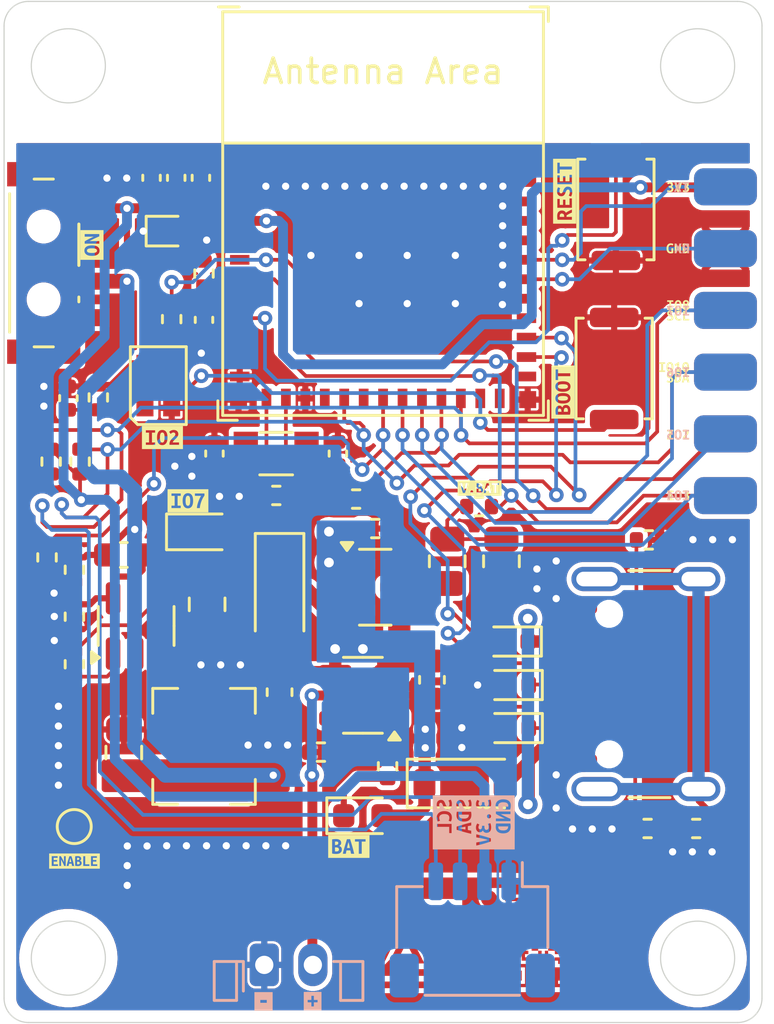
<source format=kicad_pcb>
(kicad_pcb (version 20240108) (generator "pcbnew") (generator_version "8.0")
  (title_block (title "esp-unit-c3-v2") (date "2025-05-04") (rev "2.1"))
  (layers (0 "F.Cu" signal) (31 "B.Cu" signal) (34 "B.Paste" user) (35 "F.Paste" user) (36 "B.SilkS" user "B.Silkscreen") (37 "F.SilkS" user "F.Silkscreen") (38 "B.Mask" user) (39 "F.Mask" user) (44 "Edge.Cuts" user))
  (net 0 "")
  (net 1 "GND")
  (net 2 "CHIP_PU")
  (net 3 "+BATT")
  (net 4 "VBUS")
  (net 5 "IO0")
  (net 6 "IO1")
  (net 7 "+3V3")
  (net 8 "+5V")
  (net 9 "IO9_BOOT")
  (net 10 "USB_D+")
  (net 11 "USB_D-")
  (net 12 "/Buck_Coil")
  (net 13 "IO2")
  (net 14 "IO7")
  (net 15 "IO10_SDA")
  (net 16 "IO8_SCL")
  (net 17 "IO21_TX")
  (net 23 "IO6")
  (net 24 "IO5")
  (net 27 "IO4")
  (net 33 "IO3")
  (net 34 "IO20_RX")
  (net 37 "Net-(U4-FB)")
  (net 38 "Net-(D1-DIN)")
  (net 40 "Net-(D3-A)")
  (net 41 "Net-(D4-K)")
  (net 42 "Net-(D7-A)")
  (net 45 "Net-(J3-CC2)")
  (net 46 "Net-(J3-SHIELD)")
  (net 47 "Net-(J3-CC1)")
  (net 50 "Net-(U3-PROG)")
  (net 51 "Net-(U3-STAT)")
  (net 53 "/Switch")
  (net 54 "Net-(R17-Pad1)")
  (net 55 "Net-(U4-EN)")
  (footprint "kibuzzard-680CDA08" (layer "F.Cu") (at 133.63 83.63 90)
    (property "Reference" "kibuzzard-680CDA08" (hide yes))
    (property "Value" "G***" (hide yes))
  )
  (footprint "Resistor_SMD:R_0402_1005Metric" (layer "F.Cu") (at 137.165 89.71 180)
    (property "Reference" "R14" (hide yes))
    (property "Value" "5K1" (hide yes))
  )
  (footprint "Diode_SMD:D_SOD-523" (layer "F.Cu") (at 131.525 97.45 180)
    (property "Reference" "D9" (hide yes))
    (property "Value" "LESD5D5.0CT1G" (hide yes))
  )
  (footprint "Diode_SMD:D_SOD-123" (layer "F.Cu") (at 121.97 91.8055 -90)
    (property "Reference" "D5" (hide yes))
    (property "Value" "B5819W" (hide yes))
  )
  (footprint "kibuzzard-680CD9B9" (layer "F.Cu") (at 118.2 88.1)
    (property "Reference" "kibuzzard-680CD9B9" (hide yes))
    (property "Value" "G***" (hide yes))
  )
  (footprint "kibuzzard-680CFD12" (layer "F.Cu") (at 138.36 77.72)
    (property "Reference" "kibuzzard-680CFD12" (hide yes))
    (property "Value" "G***" (hide yes))
  )
  (footprint "Diode_SMD:D_SOD-882" (layer "F.Cu") (at 117.29 77.01)
    (property "Reference" "D2" (hide yes))
    (property "Value" "LESD8D3.3CAT5G" (hide yes))
  )
  (footprint "Connector_USB:USB_C_Receptacle_GCT_USB4105-xx-A_16P_TopMnt_Horizontal" (layer "F.Cu") (at 138.135 95.64 90)
    (property "Reference" "J3" (hide yes))
    (property "Value" "USB C 16P" (hide yes))
  )
  (footprint "kibuzzard-680CFD4F" (layer "F.Cu") (at 138.37 80.27)
    (property "Reference" "kibuzzard-680CFD4F" (hide yes))
    (property "Value" "G***" (hide yes))
  )
  (footprint "Resistor_SMD:R_0402_1005Metric" (layer "F.Cu") (at 113.76 86.49 -90)
    (property "Reference" "R2" (hide yes))
    (property "Value" "10K" (hide yes))
  )
  (footprint "Capacitor_SMD:C_0402_1005Metric" (layer "F.Cu") (at 124.37 86.16 90)
    (property "Reference" "C6" (hide yes))
    (property "Value" "DNP" (hide yes))
  )
  (footprint "Capacitor_SMD:C_0603_1608Metric" (layer "F.Cu") (at 115.5596 90.329)
    (property "Reference" "C11" (hide yes))
    (property "Value" "22pF 50V" (hide yes))
  )
  (footprint "Resistor_SMD:R_0402_1005Metric" (layer "F.Cu") (at 123.6718 98.4378)
    (property "Reference" "R7" (hide yes))
    (property "Value" "10K" (hide yes))
  )
  (footprint "Resistor_SMD:R_0402_1005Metric" (layer "F.Cu") (at 139.115 101.58)
    (property "Reference" "R11" (hide yes))
    (property "Value" "0R" (hide yes))
  )
  (footprint "TestPoint:TestPoint_Pad_D1.0mm" (layer "F.Cu") (at 113.52 101.5)
    (property "Reference" "TP1" (hide yes))
    (property "Value" "ENABLE" (hide yes))
  )
  (footprint "Resistor_SMD:R_0402_1005Metric" (layer "F.Cu") (at 137.115 101.58 180)
    (property "Reference" "R13" (hide yes))
    (property "Value" "5K1" (hide yes))
  )
  (footprint "Diode_SMD:D_SOD-523" (layer "F.Cu") (at 131.485 93.89 180)
    (property "Reference" "D8" (hide yes))
    (property "Value" "LESD5D5.0CT1G" (hide yes))
  )
  (footprint "Package_TO_SOT_SMD:SOT-23-5" (layer "F.Cu") (at 125.399 96.101 180)
    (property "Reference" "U3" (hide yes))
    (property "Value" "MCP73831T-2ACI/OT" (hide yes))
  )
  (footprint "kibuzzard-680CFD7F" (layer "F.Cu") (at 138.38 87.88)
    (property "Reference" "kibuzzard-680CFD7F" (hide yes))
    (property "Value" "G***" (hide yes))
  )
  (footprint "Resistor_SMD:R_0402_1005Metric" (layer "F.Cu") (at 114.51 83.85 90)
    (property "Reference" "R8" (hide yes))
    (property "Value" "10K" (hide yes))
  )
  (footprint "Capacitor_SMD:C_0402_1005Metric" (layer "F.Cu") (at 116.701 74.818 -90)
    (property "Reference" "C1" (hide yes))
    (property "Value" "10nF 10V" (hide yes))
  )
  (footprint "Resistor_SMD:R_0402_1005Metric" (layer "F.Cu") (at 125.907 89.243 180)
    (property "Reference" "R10" (hide yes))
    (property "Value" "100K" (hide yes))
  )
  (footprint "LOGO" (layer "F.Cu") (at 133.5 105.86)
    (property "Reference" "G***" (hide yes))
    (property "Value" "LOGO" (hide yes))
  )
  (footprint "kibuzzard-680CD9CB" (layer "F.Cu") (at 117.15 85.5)
    (property "Reference" "kibuzzard-680CD9CB" (hide yes))
    (property "Value" "G***" (hide yes))
  )
  (footprint "kibuzzard-680CFF32" (layer "F.Cu") (at 113.53 102.92)
    (property "Reference" "kibuzzard-680CFF32" (hide yes))
    (property "Value" "G***" (hide yes))
  )
  (footprint "Capacitor_SMD:C_0805_2012Metric" (layer "F.Cu") (at 115.5596 98.457 90)
    (property "Reference" "C12" (hide yes))
    (property "Value" "10uF 16V" (hide yes))
  )
  (footprint "Resistor_SMD:R_0402_1005Metric" (layer "F.Cu") (at 113.5276 90.9386 90)
    (property "Reference" "R15" (hide yes))
    (property "Value" "100K" (hide yes))
  )
  (footprint "Resistor_SMD:R_0402_1005Metric" (layer "F.Cu") (at 118.86 78.755 -90)
    (property "Reference" "R5" (hide yes))
    (property "Value" "10K" (hide yes))
  )
  (footprint "Crystal:Crystal_SMD_3215-2Pin_3.2x1.5mm" (layer "F.Cu") (at 121.83 86.16 180)
    (property "Reference" "Y1" (hide yes))
    (property "Value" "32.768Hz" (hide yes))
  )
  (footprint "Resistor_SMD:R_0402_1005Metric" (layer "F.Cu") (at 112.57 86.49 90)
    (property "Reference" "R4" (hide yes))
    (property "Value" "10K" (hide yes))
  )
  (footprint "Resistor_SMD:R_0402_1005Metric" (layer "F.Cu") (at 125.12 88.03 180)
    (property "Reference" "R3" (hide yes))
    (property "Value" "470R" (hide yes))
  )
  (footprint "Resistor_SMD:R_0402_1005Metric" (layer "F.Cu") (at 121.835 87.882)
    (property "Reference" "R6" (hide yes))
    (property "Value" "DNP" (hide yes))
  )
  (footprint "Capacitor_SMD:C_0402_1005Metric" (layer "F.Cu") (at 118.86 80.66 -90)
    (property "Reference" "C4" (hide yes))
    (property "Value" "1uF 16V" (hide yes))
  )
  (footprint "Capacitor_SMD:C_0603_1608Metric" (layer "F.Cu") (at 128.242 95.466 -90)
    (property "Reference" "C9" (hide yes))
    (property "Value" "4.7uF 16V" (hide yes))
  )
  (footprint "Resistor_SMD:R_0402_1005Metric" (layer "F.Cu") (at 112.4 90.43 -90)
    (property "Reference" "R20" (hide yes))
    (property "Value" "0R" (hide yes))
  )
  (footprint "Capacitor_SMD:C_0805_2012Metric" (layer "F.Cu") (at 118.9886 92.361 -90)
    (property "Reference" "C10" (hide yes))
    (property "Value" "10uF 16V" (hide yes))
  )
  (footprint "Button_Switch_SMD:SW_Push_SPST_NO_Alps_SKRK" (layer "F.Cu") (at 135.74 82.66 90)
    (property "Reference" "SW1" (hide yes))
    (property "Value" "BOOT" (hide yes))
  )
  (footprint "Resistor_SMD:R_0805_2012Metric" (layer "F.Cu") (at 128.87 90.59 -90)
    (property "Reference" "R17" (hide yes))
    (property "Value" "442K" (hide yes))
  )
  (footprint "LED_SMD:LED_0603_1608Metric" (layer "F.Cu") (at 125.399 101.054)
    (property "Reference" "D4" (hide yes))
    (property "Value" "RED LED" (hide yes))
  )
  (footprint "DeltaT32:Delta_Board-1" (layer "F.Cu") (at 126.82 89.69)
    (property "Reference" "U2" (hide yes))
    (property "Value" "Delta_Board-1" (hide yes))
    (fp_line (start -16.187362 18.869057) (end -16.187362 -21.126943) (stroke (width 0.05)) (layer "Edge.Cuts"))
    (fp_line (start -15.187362 -22.126943) (end 14.002638 -22.126943) (stroke (width 0.05)) (layer "Edge.Cuts"))
    (fp_line (start 14.002638 19.869057) (end -15.187362 19.869057) (stroke (width 0.05)) (layer "Edge.Cuts"))
    (fp_line (start 15.002638 -21.126943) (end 15.002638 18.869057) (stroke (width 0.05)) (layer "Edge.Cuts"))
    (fp_arc (start -16.187362 -21.126943) (mid -15.894469 -21.83405) (end -15.187362 -22.126943) (stroke (width 0.05)) (layer "Edge.Cuts"))
    (fp_arc (start -15.187362 19.869057) (mid -15.894469 19.576164) (end -16.187362 18.869057) (stroke (width 0.05)) (layer "Edge.Cuts"))
    (fp_arc (start 14.002638 -22.126943) (mid 14.709735 -21.834039) (end 15.002638 -21.126943) (stroke (width 0.05)) (layer "Edge.Cuts"))
    (fp_arc (start 15.002638 18.869057) (mid 14.709746 19.576165) (end 14.002638 19.869057) (stroke (width 0.05)) (layer "Edge.Cuts"))
    (fp_circle (center -13.543094 -19.47852) (end -15.067094 -19.47852) (stroke (width 0.05)) (fill none) (layer "Edge.Cuts"))
    (fp_circle (center -13.543094 17.221094) (end -13.543094 18.745094) (stroke (width 0.05)) (fill none) (layer "Edge.Cuts"))
    (fp_circle (center 12.353094 -19.47852) (end 12.353094 -21.00252) (stroke (width 0.05)) (fill none) (layer "Edge.Cuts"))
    (fp_circle (center 12.353094 17.224094) (end 13.877094 17.224094) (stroke (width 0.05)) (fill none) (layer "Edge.Cuts"))
  )
  (footprint "Inductor_SMD:L_Bourns-SRN4018" (layer "F.Cu") (at 118.8616 98.203 -90)
    (property "Reference" "L1" (hide yes))
    (property "Value" "SPH4018H2R2MT (2.2uH 2.2A)" (hide yes))
  )
  (footprint "DeltaT32:MSK-12C02-07" (layer "F.Cu") (at 112.49 78.17 -90)
    (property "Reference" "SW3" (hide yes))
    (property "Value" "MSK-12C02-07" (hide yes))
  )
  (footprint "Button_Switch_SMD:SW_Push_SPST_NO_Alps_SKRK" (layer "F.Cu") (at 135.81 76.12 -90)
    (property "Reference" "SW2" (hide yes))
    (property "Value" "RESET" (hide yes))
  )
  (footprint "Capacitor_SMD:C_0402_1005Metric" (layer "F.Cu") (at 117.717 74.818 -90)
    (property "Reference" "C2" (hide yes))
    (property "Value" "100nF 10V" (hide yes))
  )
  (footprint "Diode_SMD:D_SOD-523" (layer "F.Cu") (at 131.5225 95.68 180)
    (property "Reference" "D6" (hide yes))
    (property "Value" "LESD5D5.0CT1G" (hide yes))
  )
  (footprint "LED_SMD:LED_0603_1608Metric" (layer "F.Cu") (at 118.8025 89.38)
    (property "Reference" "D3" (hide yes))
    (property "Value" "BLUE LED" (hide yes))
  )
  (footprint "Package_TO_SOT_SMD:SOT-23-5" (layer "F.Cu") (at 116.0676 93.25 90)
    (property "Reference" "U4" (hide yes))
    (property "Value" "SY8088" (hide yes))
  )
  (footprint "kibuzzard-680CDA1E" (layer "F.Cu") (at 133.7 75.37 90)
    (property "Reference" "kibuzzard-680CDA1E" (hide yes))
    (property "Value" "G***" (hide yes))
  )
  (footprint "kibuzzard-680CFD73" (layer "F.Cu") (at 138.37 85.38)
    (property "Reference" "kibuzzard-680CFD73" (hide yes))
    (property "Value" "G***" (hide yes))
  )
  (footprint "kibuzzard-680CFD67" (layer "F.Cu") (at 138.21 82.82)
    (property "Reference" "kibuzzard-680CFD67" (hide yes))
    (property "Value" "G***" (hide yes))
  )
  (footprint "Resistor_SMD:R_0402_1005Metric" (layer "F.Cu") (at 126.415 99.022 -90)
    (property "Reference" "R9" (hide yes))
    (property "Value" "1K" (hide yes))
  )
  (footprint "Capacitor_SMD:C_0402_1005Metric" (layer "F.Cu") (at 113.28 83.88 90)
    (property "Reference" "C8" (hide yes))
    (property "Value" "1nF 10V" (hide yes))
  )
  (footprint "Capacitor_SMD:C_0603_1608Metric" (layer "F.Cu") (at 121.97 95.974 90)
    (property "Reference" "C7" (hide yes))
    (property "Value" "4.7uF 16V" (hide yes))
  )
  (footprint "Capacitor_SMD:C_0402_1005Metric" (layer "F.Cu") (at 118.733 74.818 -90)
    (property "Reference" "C3" (hide yes))
    (property "Value" "1uF 16V" (hide yes))
  )
  (footprint "Resistor_SMD:R_0402_1005Metric" (layer "F.Cu") (at 117.53 80.63 -90)
    (property "Reference" "R1" (hide yes))
    (property "Value" "0R" (hide yes))
  )
  (footprint "kibuzzard-680CFCF0" (layer "F.Cu") (at 138.37 75.2)
    (property "Reference" "kibuzzard-680CFCF0" (hide yes))
    (property "Value" "G***" (hide yes))
  )
  (footprint "Resistor_SMD:R_0402_1005Metric" (layer "F.Cu") (at 113.5276 94.8248 90)
    (property "Reference" "R12" (hide yes))
    (property "Value" "10K" (hide yes))
  )
  (footprint "kibuzzard-680CDA64" (layer "F.Cu") (at 124.82 102.32)
    (property "Reference" "kibuzzard-680CDA64" (hide yes))
    (property "Value" "G***" (hide yes))
  )
  (footprint "Diode_SMD:D_SOD-123" (layer "F.Cu") (at 129.5825 99.73)
    (property "Reference" "D7" (hide yes))
    (property "Value" "B5819W" (hide yes))
  )
  (footprint "Resistor_SMD:R_0402_1005Metric" (layer "F.Cu") (at 113.5276 92.869 90)
    (property "Reference" "R16" (hide yes))
    (property "Value" "22K1" (hide yes))
  )
  (footprint "Capacitor_SMD:C_0402_1005Metric" (layer "F.Cu") (at 119.29 86.16 90)
    (property "Reference" "C5" (hide yes))
    (property "Value" "DNP" (hide yes))
  )
  (footprint "Resistor_SMD:R_0805_2012Metric" (layer "F.Cu") (at 131.1 90.59 90)
    (property "Reference" "R18" (hide yes))
    (property "Value" "160K" (hide yes))
  )
  (footprint "PCM_Espressif:ESP32-C3-MINI-1" (layer "F.Cu") (at 126.23 76.29)
    (property "Reference" "U1" (hide yes))
    (property "Value" "ESP32-C3-MINI-1" (hide yes))
  )
  (footprint "kibuzzard-680CDAE0" (layer "F.Cu") (at 114.25 77.58 90)
    (property "Reference" "kibuzzard-680CDAE0" (hide yes))
    (property "Value" "G***" (hide yes))
  )
  (footprint "kibuzzard-680CDFA2" (layer "F.Cu") (at 130.2 87.58)
    (property "Reference" "kibuzzard-680CDFA2" (hide yes))
    (property "Value" "G***" (hide yes))
  )
  (footprint "LED_SMD:LED_WS2812B-2020_PLCC4_2.0x2.0mm" (layer "F.Cu") (at 116.98 83.365 90)
    (property "Reference" "D1" (hide yes))
    (property "Value" "WS2812B" (hide yes))
  )
  (footprint "LOGO" (layer "F.Cu") (at 127.85 105.82)
    (property "Reference" "G***" (hide yes))
    (property "Value" "LOGO" (hide yes))
  )
  (footprint "Resistor_SMD:R_0402_1005Metric" (layer "F.Cu") (at 130.18 88.34 180)
    (property "Reference" "R19" (hide yes))
    (property "Value" "0R" (hide yes))
  )
  (footprint "Package_TO_SOT_SMD:SOT-23" (layer "F.Cu") (at 125.907 91.656)
    (property "Reference" "Q1" (hide yes))
    (property "Value" "DMG3415U" (hide yes))
  )
  (footprint "kibuzzard-680CDDB7" (layer "B.Cu") (at 129.96 101.33 -90)
    (property "Reference" "kibuzzard-680CDDB7" (hide yes))
    (property "Value" "G***" (hide yes))
  )
  (footprint "kibuzzard-680CFDE4" (layer "B.Cu") (at 138.37 82.81 180)
    (property "Reference" "kibuzzard-680CFDE4" (hide yes))
    (property "Value" "G***" (hide yes))
  )
  (footprint "kibuzzard-680CFDCF" (layer "B.Cu") (at 138.37 80.28 180)
    (property "Reference" "kibuzzard-680CFDCF" (hide yes))
    (property "Value" "G***" (hide yes))
  )
  (footprint "kibuzzard-680CDBED" (layer "B.Cu") (at 121.31 108.69 180)
    (property "Reference" "kibuzzard-680CDBED" (hide yes))
    (property "Value" "G***" (hide yes))
  )
  (footprint "kibuzzard-680CDBCC" (layer "B.Cu") (at 123.33 108.68 180)
    (property "Reference" "kibuzzard-680CDBCC" (hide yes))
    (property "Value" "G***" (hide yes))
  )
  (footprint "kibuzzard-680CFDFB" (layer "B.Cu") (at 138.37 85.38 180)
    (property "Reference" "kibuzzard-680CFDFB" (hide yes))
    (property "Value" "G***" (hide yes))
  )
  (footprint "kibuzzard-680CFE08" (layer "B.Cu") (at 138.36 87.88 180)
    (property "Reference" "kibuzzard-680CFE08" (hide yes))
    (property "Value" "G***" (hide yes))
  )
  (footprint "kibuzzard-680CFDA8" (layer "B.Cu") (at 138.51 75.19 180)
    (property "Reference" "kibuzzard-680CFDA8" (hide yes))
    (property "Value" "G***" (hide yes))
  )
  (footprint "Connector_JST:JST_SH_SM04B-SRSS-TB_1x04-1MP_P1.00mm_Horizontal" (layer "B.Cu") (at 129.9 105.755 180)
    (property "Reference" "J1" (hide yes))
    (property "Value" "JST SH1.0" (hide yes))
  )
  (footprint "DeltaT32:JST_PH2.0" (layer "B.Cu") (at 122.29 104.44)
    (property "Reference" "J2" (hide yes))
    (property "Value" "JST PH2.0")
  )
  (footprint "kibuzzard-680CFDBB" (layer "B.Cu") (at 138.52 77.72 180)
    (property "Reference" "kibuzzard-680CFDBB" (hide yes))
    (property "Value" "G***" (hide yes))
  )
  (segment (start 134.455 92.44) (end 134.437 92.458) (width 0.508) (layer "F.Cu") (net 1))
  (segment (start 133.553289 92.448) (end 133.353289 92.248) (width 0.508) (layer "F.Cu") (net 1))
  (segment (start 133.353289 92.124) (end 133.353289 90.578) (width 0.508) (layer "F.Cu") (net 1))
  (segment (start 133.353289 92.248) (end 133.353289 92.124) (width 0.508) (layer "F.Cu") (net 1))
  (segment (start 133.353289 99.374) (end 133.353289 100.738) (width 0.508) (layer "F.Cu") (net 1))
  (segment (start 134.455 98.84) (end 133.861289 98.84) (width 0.508) (layer "F.Cu") (net 1))
  (segment (start 134.437 92.458) (end 133.563289 92.458) (width 0.508) (layer "F.Cu") (net 1))
  (segment (start 133.861289 98.84) (end 133.353289 99.348) (width 0.508) (layer "F.Cu") (net 1))
  (via (at 121.4058 75.1652) (size 0.6) (drill 0.3) (layers "F.Cu" "B.Cu") (net 1))
  (via (at 112.27 83.3972) (size 0.6) (drill 0.3) (layers "F.Cu" "B.Cu") (net 1))
  (via (at 118.75 82.03) (size 0.6) (drill 0.3) (layers "F.Cu" "B.Cu") (net 1))
  (via (at 119.7772 102.29) (size 0.6) (drill 0.3) (layers "F.Cu" "B.Cu") (net 1))
  (via (at 121.4872 98.15) (size 0.6) (drill 0.3) (layers "F.Cu" "B.Cu") (net 1))
  (via (at 122.22 102.29) (size 0.6) (drill 0.3) (layers "F.Cu" "B.Cu") (net 1))
  (via (at 114.8672 74.83) (size 0.6) (drill 0.3) (layers "F.Cu" "B.Cu") (net 1))
  (via (at 120.36 94.85) (size 0.6) (drill 0.3) (layers "F.Cu" "B.Cu") (net 1))
  (via (at 118.36 86.2772) (size 0.6) (drill 0.3) (layers "F.Cu" "B.Cu") (net 1))
  (via (at 133.353289 90.578) (size 0.6) (drill 0.3) (layers "F.Cu" "B.Cu") (net 1))
  (via (at 120.6744 98.15) (size 0.6) (drill 0.3) (layers "F.Cu" "B.Cu") (net 1))
  (via (at 131.1594 75.1652) (size 0.6) (drill 0.3) (layers "F.Cu" "B.Cu") (net 1))
  (via (at 138.9572 102.54) (size 0.6) (drill 0.3) (layers "F.Cu" "B.Cu") (net 1))
  (via (at 117.3244 102.29) (size 0.6) (drill 0.3) (layers "F.Cu" "B.Cu") (net 1))
  (via (at 129.5338 75.1652) (size 0.6) (drill 0.3) (layers "F.Cu" "B.Cu") (net 1))
  (via (at 133.353289 99.374) (size 0.6) (drill 0.3) (layers "F.Cu" "B.Cu") (net 1))
  (via (at 134.8372 101.6) (size 0.6) (drill 0.3) (layers "F.Cu" "B.Cu") (net 1))
  (via (at 119.5472 94.85) (size 0.6) (drill 0.3) (layers "F.Cu" "B.Cu") (net 1))
  (via (at 139.77 102.54) (size 0.6) (drill 0.3) (layers "F.Cu" "B.Cu") (net 1))
  (via (at 115.7 103.1072) (size 0.6) (drill 0.3) (layers "F.Cu" "B.Cu") (net 1))
  (via (at 127.2224 78.01) (size 0.6) (drill 0.3) (layers "F.Cu" "B.Cu") (net 1))
  (via (at 112.87 98.9872) (size 0.6) (drill 0.3) (layers "F.Cu" "B.Cu") (net 1))
  (via (at 131.15 78.41) (size 0.6) (drill 0.3) (layers "F.Cu" "B.Cu") (net 1))
  (via (at 120.5944 102.29) (size 0.6) (drill 0.3) (layers "F.Cu" "B.Cu") (net 1))
  (via (at 125.2412 79.9912) (size 0.6) (drill 0.3) (layers "F.Cu" "B.Cu") (net 1))
  (via (at 139.7928 89.7) (size 0.6) (drill 0.3) (layers "F.Cu" "B.Cu") (net 1))
  (via (at 131.15 77.5972) (size 0.6) (drill 0.3) (layers "F.Cu" "B.Cu") (net 1))
  (via (at 128.721 75.1652) (size 0.6) (drill 0.3) (layers "F.Cu" "B.Cu") (net 1))
  (via (at 122.3 98.15) (size 0.6) (drill 0.3) (layers "F.Cu" "B.Cu") (net 1))
  (via (at 140.6056 89.7) (size 0.6) (drill 0.3) (layers "F.Cu" "B.Cu") (net 1))
  (via (at 131.15 75.9772) (size 0.6) (drill 0.3) (layers "F.Cu" "B.Cu") (net 1))
  (via (at 116.36 77.01) (size 0.6) (drill 0.3) (layers "F.Cu" "B.Cu") (net 1))
  (via (at 117.66 86.68) (size 0.6) (drill 0.3) (layers "F.Cu" "B.Cu") (net 1))
  (via (at 112.7 92.86) (size 0.6) (drill 0.3) (layers "F.Cu" "B.Cu") (net 1))
  (via (at 116.5172 102.3) (size 0.6) (drill 0.3) (layers "F.Cu" "B.Cu") (net 1))
  (via (at 112.69 91.9) (size 0.6) (drill 0.3) (layers "F.Cu" "B.Cu") (net 1))
  (via (at 119.4972 87.92) (size 0.6) (drill 0.3) (layers "F.Cu" "B.Cu") (net 1))
  (via (at 126.2826 75.1652) (size 0.6) (drill 0.3) (layers "F.Cu" "B.Cu") (net 1))
  (via (at 131.14 79.2172) (size 0.6) (drill 0.3) (layers "F.Cu" "B.Cu") (net 1))
  (via (at 133.353289 100.738) (size 0.6) (drill 0.3) (layers "F.Cu" "B.Cu") (net 1))
  (via (at 112.7 93.85) (size 0.6) (drill 0.3) (layers "F.Cu" "B.Cu") (net 1))
  (via (at 118.97 77.38) (size 0.6) (drill 0.3) (layers "F.Cu" "B.Cu") (net 1))
  (via (at 123.0314 75.1652) (size 0.6) (drill 0.3) (layers "F.Cu" "B.Cu") (net 1))
  (via (at 133.353289 92.124) (size 0.6) (drill 0.3) (layers "F.Cu" "B.Cu") (net 1))
  (via (at 112.27 84.21) (size 0.6) (drill 0.3) (layers "F.Cu" "B.Cu") (net 1))
  (via (at 118.1372 102.29) (size 0.6) (drill 0.3) (layers "F.Cu" "B.Cu") (net 1))
  (via (at 132.56 91.72) (size 0.6) (drill 0.3) (layers "F.Cu" "B.Cu") (net 1))
  (via (at 129.47 97.4372) (size 0.6) (drill 0.3) (layers "F.Cu" "B.Cu") (net 1))
  (via (at 112.87 96.5544) (size 0.6) (drill 0.3) (layers "F.Cu" "B.Cu") (net 1))
  (via (at 120.31 87.92) (size 0.6) (drill 0.3) (layers "F.Cu" "B.Cu") (net 1))
  (via (at 130.12 95.68) (size 0.6) (drill 0.3) (layers "F.Cu" "B.Cu") (net 1))
  (via (at 118.7344 94.85) (size 0.6) (drill 0.3) (layers "F.Cu" "B.Cu") (net 1))
  (via (at 112.87 97.3672) (size 0.6) (drill 0.3) (layers "F.Cu" "B.Cu") (net 1))
  (via (at 132.56 90.9072) (size 0.6) (drill 0.3) (layers "F.Cu" "B.Cu") (net 1))
  (via (at 134.0244 101.6) (size 0.6) (drill 0.3) (layers "F.Cu" "B.Cu") (net 1))
  (via (at 112.87 99.8) (size 0.6) (drill 0.3) (layers "F.Cu" "B.Cu") (net 1))
  (via (at 129.2036 79.9912) (size 0.6) (drill 0.3) (layers "F.Cu" "B.Cu") (net 1))
  (via (at 138.98 89.7) (size 0.6) (drill 0.3) (layers "F.Cu" "B.Cu") (net 1))
  (via (at 118.36 87.09) (size 0.6) (drill 0.3) (layers "F.Cu" "B.Cu") (net 1))
  (via (at 118.9644 102.29) (size 0.6) (drill 0.3) (layers "F.Cu" "B.Cu") (net 1))
  (via (at 138.1444 102.54) (size 0.6) (drill 0.3) (layers "F.Cu" "B.Cu") (net 1))
  (via (at 123.26 78.01) (size 0.6) (drill 0.3) (layers "F.Cu" "B.Cu") (net 1))
  (via (at 129.47 98.25) (size 0.6) (drill 0.3) (layers "F.Cu" "B.Cu") (net 1))
  (via (at 115.68 74.83) (size 0.6) (drill 0.3) (layers "F.Cu" "B.Cu") (net 1))
  (via (at 127.0954 75.1652) (size 0.6) (drill 0.3) (layers "F.Cu" "B.Cu") (net 1))
  (via (at 115.7 103.92) (size 0.6) (drill 0.3) (layers "F.Cu" "B.Cu") (net 1))
  (via (at 122.2186 75.1652) (size 0.6) (drill 0.3) (layers "F.Cu" "B.Cu") (net 1))
  (via (at 131.14 80.03) (size 0.6) (drill 0.3) (layers "F.Cu" "B.Cu") (net 1))
  (via (at 112.87 98.1744) (size 0.6) (drill 0.3) (layers "F.Cu" "B.Cu") (net 1))
  (via (at 125.4698 75.1652) (size 0.6) (drill 0.3) (layers "F.Cu" "B.Cu") (net 1))
  (via (at 125.2412 78.01) (size 0.6) (drill 0.3) (layers "F.Cu" "B.Cu") (net 1))
  (via (at 130.3466 75.1652) (size 0.6) (drill 0.3) (layers "F.Cu" "B.Cu") (net 1))
  (via (at 135.65 101.6) (size 0.6) (drill 0.3) (layers "F.Cu" "B.Cu") (net 1))
  (via (at 131.15 76.79) (size 0.6) (drill 0.3) (layers "F.Cu" "B.Cu") (net 1))
  (via (at 115.7044 102.3) (size 0.6) (drill 0.3) (layers "F.Cu" "B.Cu") (net 1))
  (via (at 127.2224 79.9912) (size 0.6) (drill 0.3) (layers "F.Cu" "B.Cu") (net 1))
  (via (at 124.657 75.1652) (size 0.6) (drill 0.3) (layers "F.Cu" "B.Cu") (net 1))
  (via (at 121.4072 102.29) (size 0.6) (drill 0.3) (layers "F.Cu" "B.Cu") (net 1))
  (via (at 129.2036 78.01) (size 0.6) (drill 0.3) (layers "F.Cu" "B.Cu") (net 1))
  (via (at 123.8442 75.1652) (size 0.6) (drill 0.3) (layers "F.Cu" "B.Cu") (net 1))
  (via (at 127.9082 75.1652) (size 0.6) (drill 0.3) (layers "F.Cu" "B.Cu") (net 1))
  (segment (start 133.819997 77.17) (end 135.69 77.17) (width 0.1524) (layer "F.Cu") (net 2))
  (segment (start 118.86 79.265) (end 118.86 80.18) (width 0.1524) (layer "F.Cu") (net 2))
  (segment (start 119.269 80.18) (end 118.86 80.18) (width 0.1524) (layer "F.Cu") (net 2))
  (segment (start 135.81 77.05) (end 135.81 74.02) (width 0.1524) (layer "F.Cu") (net 2))
  (segment (start 120.33 80.59) (end 119.679 80.59) (width 0.1524) (layer "F.Cu") (net 2))
  (segment (start 133.6 77.389997) (end 133.819997 77.17) (width 0.1524) (layer "F.Cu") (net 2))
  (segment (start 121.37 80.59) (end 120.33 80.59) (width 0.1524) (layer "F.Cu") (net 2))
  (segment (start 135.69 77.17) (end 135.81 77.05) (width 0.1524) (layer "F.Cu") (net 2))
  (segment (start 119.679 80.59) (end 119.269 80.18) (width 0.1524) (layer "F.Cu") (net 2))
  (via (at 121.37 80.59) (size 0.6) (drill 0.3) (layers "F.Cu" "B.Cu") (net 2))
  (via (at 133.6 77.389997) (size 0.6) (drill 0.3) (layers "F.Cu" "B.Cu") (net 2))
  (segment (start 129.01513 83.16) (end 121.86 83.16) (width 0.1524) (layer "B.Cu") (net 2))
  (segment (start 133.0238 77.7362) (end 133.0238 81.0762) (width 0.1524) (layer "B.Cu") (net 2))
  (segment (start 133.376197 77.6138) (end 133.1462 77.6138) (width 0.1524) (layer "B.Cu") (net 2))
  (segment (start 133.0238 81.0762) (end 132.5162 81.5838) (width 0.1524) (layer "B.Cu") (net 2))
  (segment (start 121.86 83.16) (end 121.37 82.67) (width 0.1524) (layer "B.Cu") (net 2))
  (segment (start 133.6 77.389997) (end 133.376197 77.6138) (width 0.1524) (layer "B.Cu") (net 2))
  (segment (start 121.37 82.67) (end 121.37 80.59) (width 0.1524) (layer "B.Cu") (net 2))
  (segment (start 130.59133 81.5838) (end 129.01513 83.16) (width 0.1524) (layer "B.Cu") (net 2))
  (segment (start 132.5162 81.5838) (end 130.59133 81.5838) (width 0.1524) (layer "B.Cu") (net 2))
  (segment (start 133.1462 77.6138) (end 133.0238 77.7362) (width 0.1524) (layer "B.Cu") (net 2))
  (segment (start 123.3 99.38) (end 123.32 99.4) (width 0.4064) (layer "F.Cu") (net 3))
  (segment (start 126.8445 91.656) (end 128.7165 91.656) (width 0.6096) (layer "F.Cu") (net 3))
  (segment (start 128.7165 91.656) (end 128.87 91.5025) (width 0.6096) (layer "F.Cu") (net 3))
  (segment (start 124.915001 96.11) (end 123.3 96.11) (width 0.4064) (layer "F.Cu") (net 3))
  (segment (start 123.32 107.17) (end 123.34 107.19) (width 0.4064) (layer "F.Cu") (net 3))
  (segment (start 123.32 99.4) (end 123.32 107.17) (width 0.4064) (layer "F.Cu") (net 3))
  (segment (start 125.874001 95.151) (end 124.915001 96.11) (width 0.4064) (layer "F.Cu") (net 3))
  (segment (start 126.5365 95.151) (end 125.874001 95.151) (width 0.4064) (layer "F.Cu") (net 3))
  (via (at 123.3 96.11) (size 0.6) (drill 0.3) (layers "F.Cu" "B.Cu") (net 3))
  (via (at 123.3 99.38) (size 0.6) (drill 0.3) (layers "F.Cu" "B.Cu") (net 3))
  (segment (start 123.3 96.11) (end 123.3 99.38) (width 0.4064) (layer "B.Cu") (net 3))
  (segment (start 127.94 99.7225) (end 127.94 98.2844) (width 0.508) (layer "F.Cu") (net 4))
  (segment (start 127.586 101.054) (end 127.9325 100.7075) (width 0.508) (layer "F.Cu") (net 4))
  (segment (start 124.2615 94.2015) (end 124.256 94.196) (width 0.508) (layer "F.Cu") (net 4))
  (segment (start 124.129 89.243) (end 124.002 89.37) (width 0.508) (layer "F.Cu") (net 4))
  (segment (start 124.068 90.706) (end 124.002 90.64) (width 0.508) (layer "F.Cu") (net 4))
  (segment (start 127.9325 100.7075) (end 127.9325 99.73) (width 0.508) (layer "F.Cu") (net 4))
  (segment (start 121.97 93.4555) (end 121.97 95.09) (width 0.508) (layer "F.Cu") (net 4))
  (segment (start 126.1865 101.054) (end 127.586 101.054) (width 0.508) (layer "F.Cu") (net 4))
  (segment (start 125.018 89.243) (end 124.9695 89.2915) (width 0.508) (layer "F.Cu") (net 4))
  (segment (start 124.256 94.196) (end 125.399 94.196) (width 0.508) (layer "F.Cu") (net 4))
  (segment (start 121.97 95.09) (end 122.031 95.151) (width 0.508) (layer "F.Cu") (net 4))
  (segment (start 125.397 89.243) (end 124.129 89.243) (width 0.508) (layer "F.Cu") (net 4))
  (segment (start 122.031 95.151) (end 124.2615 95.151) (width 0.508) (layer "F.Cu") (net 4))
  (segment (start 124.9695 89.2915) (end 124.9695 90.706) (width 0.508) (layer "F.Cu") (net 4))
  (segment (start 124.9695 90.706) (end 124.068 90.706) (width 0.508) (layer "F.Cu") (net 4))
  (segment (start 127.9644 98.26) (end 127.9644 97.498) (width 0.508) (layer "F.Cu") (net 4))
  (segment (start 127.9325 99.73) (end 127.94 99.7225) (width 0.508) (layer "F.Cu") (net 4))
  (segment (start 124.2615 95.151) (end 124.2615 94.2015) (width 0.508) (layer "F.Cu") (net 4))
  (via (at 127.9644 98.26) (size 0.6) (drill 0.3) (layers "F.Cu" "B.Cu") (net 4))
  (via (at 124.256 94.196) (size 0.8) (drill 0.4) (layers "F.Cu" "B.Cu") (net 4))
  (via (at 124.002 89.37) (size 0.8) (drill 0.4) (layers "F.Cu" "B.Cu") (net 4))
  (via (at 127.9644 97.498) (size 0.6) (drill 0.3) (layers "F.Cu" "B.Cu") (net 4))
  (via (at 125.399 94.196) (size 0.8) (drill 0.4) (layers "F.Cu" "B.Cu") (net 4))
  (via (at 124.002 90.64) (size 0.8) (drill 0.4) (layers "F.Cu" "B.Cu") (net 4))
  (segment (start 121.449 85.906) (end 121.449 87.768) (width 0.1524) (layer "F.Cu") (net 5))
  (segment (start 121.449 85.906) (end 121.43 85.887) (width 0.1524) (layer "F.Cu") (net 5))
  (segment (start 121.195 86.16) (end 121.449 85.906) (width 0.1524) (layer "F.Cu") (net 5))
  (segment (start 120.1054 86.64) (end 120.5854 86.16) (width 0.1524) (layer "F.Cu") (net 5))
  (segment (start 120.58 86.16) (end 121.195 86.16) (width 0.1524) (layer "F.Cu") (net 5))
  (segment (start 119.29 86.64) (end 120.1054 86.64) (width 0.1524) (layer "F.Cu") (net 5))
  (segment (start 121.43 85.887) (end 121.43 83.89) (width 0.1524) (layer "F.Cu") (net 5))
  (segment (start 122.211 85.906) (end 122.23 85.887) (width 0.1524) (layer "F.Cu") (net 6))
  (segment (start 122.465 86.16) (end 122.211 85.906) (width 0.1524) (layer "F.Cu") (net 6))
  (segment (start 123.08 86.16) (end 122.465 86.16) (width 0.1524) (layer "F.Cu") (net 6))
  (segment (start 122.211 85.906) (end 122.211 87.758) (width 0.1524) (layer "F.Cu") (net 6))
  (segment (start 123.5546 86.64) (end 123.0746 86.16) (width 0.1524) (layer "F.Cu") (net 6))
  (segment (start 124.37 86.64) (end 123.5546 86.64) (width 0.1524) (layer "F.Cu") (net 6))
  (segment (start 122.23 85.887) (end 122.23 83.89) (width 0.1524) (layer "F.Cu") (net 6))
  (segment (start 115.69 77.65) (end 115.69 76.07) (width 0.254) (layer "F.Cu") (net 7))
  (segment (start 117.72 76.03) (end 117.72 75.301) (width 0.4064) (layer "F.Cu") (net 7))
  (segment (start 113.81 88.06) (end 113.76 88.01) (width 0.1524) (layer "F.Cu") (net 7))
  (segment (start 140.3 75.21) (end 140.32 75.19) (width 0.4064) (layer "F.Cu") (net 7))
  (segment (start 121.43 76.59) (end 120.33 76.59) (width 0.4064) (layer "F.Cu") (net 7))
  (segment (start 116.575 78.245) (end 118.86 78.245) (width 0.1524) (layer "F.Cu") (net 7))
  (segment (start 118.12 77.01) (end 118.54 76.59) (width 0.4064) (layer "F.Cu") (net 7))
  (segment (start 115.69 76.07) (end 117.68 76.07) (width 0.4064) (layer "F.Cu") (net 7))
  (segment (start 115.03 83.34) (end 114.51 83.34) (width 0.254) (layer "F.Cu") (net 7))
  (segment (start 115.92 82.45) (end 115.03 83.34) (width 0.254) (layer "F.Cu") (net 7))
  (segment (start 117.64 76.11) (end 117.72 76.03) (width 0.4064) (layer "F.Cu") (net 7))
  (segment (start 117.717 75.298) (end 116.701 75.298) (width 0.1524) (layer "F.Cu") (net 7))
  (segment (start 114.02 76.07) (end 115.69 76.07) (width 0.4064) (layer "F.Cu") (net 7))
  (segment (start 136.82 75.21) (end 140.3 75.21) (width 0.4064) (layer "F.Cu") (net 7))
  (segment (start 118.54 76.59) (end 120.33 76.59) (width 0.4064) (layer "F.Cu") (net 7))
  (segment (start 117.731 75.298) (end 117.717 75.298) (width 0.1524) (layer "F.Cu") (net 7))
  (segment (start 117.68 76.07) (end 117.72 76.03) (width 0.4064) (layer "F.Cu") (net 7))
  (segment (start 113.59 87) (end 113.76 87) (width 0.1524) (layer "F.Cu") (net 7))
  (segment (start 113.76 88.01) (end 113.76 87) (width 0.1524) (layer "F.Cu") (net 7))
  (segment (start 116.43 78.39) (end 116.43 82.45) (width 0.254) (layer "F.Cu") (net 7))
  (segment (start 116.43 78.39) (end 115.69 77.65) (width 0.254) (layer "F.Cu") (net 7))
  (segment (start 117.72 75.301) (end 117.717 75.298) (width 0.4064) (layer "F.Cu") (net 7))
  (segment (start 117.745 75.298) (end 117.717 75.326) (width 0.254) (layer "F.Cu") (net 7))
  (segment (start 117.64 77.01) (end 118.12 77.01) (width 0.4064) (layer "F.Cu") (net 7))
  (segment (start 116.43 82.45) (end 115.92 82.45) (width 0.254) (layer "F.Cu") (net 7))
  (segment (start 112.57 85.98) (end 113.59 87) (width 0.1524) (layer "F.Cu") (net 7))
  (segment (start 116.729 75.298) (end 116.701 75.326) (width 0.254) (layer "F.Cu") (net 7))
  (segment (start 116.43 78.39) (end 116.575 78.245) (width 0.1524) (layer "F.Cu") (net 7))
  (segment (start 117.717 75.298) (end 118.733 75.298) (width 0.1524) (layer "F.Cu") (net 7))
  (segment (start 117.64 77.01) (end 117.64 76.11) (width 0.4064) (layer "F.Cu") (net 7))
  (via (at 115.69 76.07) (size 0.6) (drill 0.3) (layers "F.Cu" "B.Cu") (net 7))
  (via (at 121.43 76.59) (size 0.6) (drill 0.3) (layers "F.Cu" "B.Cu") (net 7))
  (via (at 113.81 88.06) (size 0.6) (drill 0.3) (layers "F.Cu" "B.Cu") (net 7))
  (via (at 136.82 75.21) (size 0.6) (drill 0.3) (layers "F.Cu" "B.Cu") (net 7))
  (segment (start 115.69 76.78) (end 115.69 76.07) (width 0.4064) (layer "B.Cu") (net 7))
  (segment (start 113.81 88.06) (end 114.85 88.06) (width 0.4064) (layer "B.Cu") (net 7))
  (segment (start 131.99 80.84) (end 130.32 80.84) (width 0.4064) (layer "B.Cu") (net 7))
  (segment (start 124.37 100.27) (end 125.22 99.42) (width 0.4064) (layer "B.Cu") (net 7))
  (segment (start 132.35 80.48) (end 131.99 80.84) (width 0.4064) (layer "B.Cu") (net 7))
  (segment (start 114.85 88.06) (end 115.19 88.4) (width 0.4064) (layer "B.Cu") (net 7))
  (segment (start 116.73 100.27) (end 124.37 100.27) (width 0.4064) (layer "B.Cu") (net 7))
  (segment (start 132.61 75.21) (end 132.35 75.47) (width 0.4064) (layer "B.Cu") (net 7))
  (segment (start 125.22 99.42) (end 129.99 99.42) (width 0.4064) (layer "B.Cu") (net 7))
  (segment (start 114.77 81.35) (end 114.77 77.7) (width 0.4064) (layer "B.Cu") (net 7))
  (segment (start 136.82 75.21) (end 132.61 75.21) (width 0.4064) (layer "B.Cu") (net 7))
  (segment (start 122.1132 76.7732) (end 121.93 76.59) (width 0.4064) (layer "B.Cu") (net 7))
  (segment (start 113.08 87.33) (end 113.08 83.04) (width 0.4064) (layer "B.Cu") (net 7))
  (segment (start 115.19 98.73) (end 116.73 100.27) (width 0.4064) (layer "B.Cu") (net 7))
  (segment (start 132.35 75.47) (end 132.35 80.48) (width 0.4064) (layer "B.Cu") (net 7))
  (segment (start 129.99 99.42) (end 130.4 99.83) (width 0.4064) (layer "B.Cu") (net 7))
  (segment (start 130.4 99.83) (end 130.4 103.755) (width 0.4064) (layer "B.Cu") (net 7))
  (segment (start 122.1132 82.0832) (end 122.1132 76.7732) (width 0.4064) (layer "B.Cu") (net 7))
  (segment (start 114.77 77.7) (end 115.69 76.78) (width 0.4064) (layer "B.Cu") (net 7))
  (segment (start 113.08 83.04) (end 114.77 81.35) (width 0.4064) (layer "B.Cu") (net 7))
  (segment (start 121.93 76.59) (end 121.43 76.59) (width 0.4064) (layer "B.Cu") (net 7))
  (segment (start 115.19 88.4) (end 115.19 98.73) (width 0.4064) (layer "B.Cu") (net 7))
  (segment (start 122.5206 82.4906) (end 122.1132 82.0832) (width 0.4064) (layer "B.Cu") (net 7))
  (segment (start 130.32 80.84) (end 128.6694 82.4906) (width 0.4064) (layer "B.Cu") (net 7))
  (segment (start 113.81 88.06) (end 113.08 87.33) (width 0.4064) (layer "B.Cu") (net 7))
  (segment (start 128.6694 82.4906) (end 122.5206 82.4906) (width 0.4064) (layer "B.Cu") (net 7))
  (segment (start 115.9101 93.22) (end 117.0176 92.1125) (width 0.1524) (layer "F.Cu") (net 8))
  (segment (start 122.478 91.783) (end 121.97 91.275) (width 0.6096) (layer "F.Cu") (net 8))
  (segment (start 123.936 92.606) (end 123.113 91.783) (width 0.6096) (layer "F.Cu") (net 8))
  (segment (start 124.9695 92.606) (end 123.936 92.606) (width 0.6096) (layer "F.Cu") (net 8))
  (segment (start 123.113 91.783) (end 122.478 91.783) (width 0.6096) (layer "F.Cu") (net 8))
  (segment (start 113.5276 94.3148) (end 114.6224 93.22) (width 0.1524) (layer "F.Cu") (net 8))
  (segment (start 114.6224 93.22) (end 115.9101 93.22) (width 0.1524) (layer "F.Cu") (net 8))
  (segment (start 121.97 91.275) (end 121.97 90.1555) (width 0.6096) (layer "F.Cu") (net 8))
  (segment (start 135.31 85.19) (end 135.74 84.76) (width 0.1524) (layer "F.Cu") (net 9))
  (segment (start 130.54 85.19) (end 135.31 85.19) (width 0.1524) (layer "F.Cu") (net 9))
  (segment (start 130.23 84.88) (end 130.54 85.19) (width 0.1524) (layer "F.Cu") (net 9))
  (segment (start 130.23 83.89) (end 130.23 84.88) (width 0.1524) (layer "F.Cu") (net 9))
  (segment (start 118.75 82.96) (end 118.38 83.33) (width 0.1524) (layer "F.Cu") (net 9))
  (segment (start 118.38 83.33) (end 116.21 83.33) (width 0.1524) (layer "F.Cu") (net 9))
  (segment (start 113.28 84.36) (end 114.51 84.36) (width 0.1524) (layer "F.Cu") (net 9))
  (segment (start 115.18 84.36) (end 114.51 84.36) (width 0.1524) (layer "F.Cu") (net 9))
  (segment (start 116.21 83.33) (end 115.18 84.36) (width 0.1524) (layer "F.Cu") (net 9))
  (via (at 118.75 82.96) (size 0.6) (drill 0.3) (layers "F.Cu" "B.Cu") (net 9))
  (via (at 130.23 84.88) (size 0.6) (drill 0.3) (layers "F.Cu" "B.Cu") (net 9))
  (segment (start 130.23 83.94) (end 129.96 83.67) (width 0.1524) (layer "B.Cu") (net 9))
  (segment (start 129.96 83.67) (end 121.65 83.67) (width 0.1524) (layer "B.Cu") (net 9))
  (segment (start 130.23 84.88) (end 130.23 83.94) (width 0.1524) (layer "B.Cu") (net 9))
  (segment (start 121.65 83.67) (end 120.94 82.96) (width 0.1524) (layer "B.Cu") (net 9))
  (segment (start 120.94 82.96) (end 118.75 82.96) (width 0.1524) (layer "B.Cu") (net 9))
  (segment (start 133.488289 95.091578) (end 133.689867 94.89) (width 0.1524) (layer "F.Cu") (net 10))
  (segment (start 133.421867 95.658) (end 133.488289 95.724422) (width 0.1524) (layer "F.Cu") (net 10))
  (segment (start 132.13 81.39) (end 133.55 81.39) (width 0.1524) (layer "F.Cu") (net 10))
  (segment (start 133.689867 94.89) (end 134.455 94.89) (width 0.1524) (layer "F.Cu") (net 10))
  (segment (start 133.1362 86.7) (end 134.3 87.8638) (width 0.1524) (layer "F.Cu") (net 10))
  (segment (start 129.86 93.46) (end 129.86 93.494621) (width 0.1524) (layer "F.Cu") (net 10))
  (segment (start 128.148626 87.15) (end 129.7 87.15) (width 0.1524) (layer "F.Cu") (net 10))
  (segment (start 133.55 81.39) (end 133.57 81.41) (width 0.1524) (layer "F.Cu") (net 10))
  (segment (start 128.88889 92.750075) (end 129.150075 92.750075) (width 0.1524) (layer "F.Cu") (net 10))
  (segment (start 130.15 86.7) (end 133.1362 86.7) (width 0.1524) (layer "F.Cu") (net 10))
  (segment (start 132.2225 94.8675) (end 132.2225 95.658) (width 0.1524) (layer "F.Cu") (net 10))
  (segment (start 133.488289 95.724422) (end 133.488289 95.091578) (width 0.1524) (layer "F.Cu") (net 10))
  (segment (start 129.150075 92.750075) (end 129.800366 93.400366) (width 0.1524) (layer "F.Cu") (net 10))
  (segment (start 130.17 94.78) (end 132.135 94.78) (width 0.1524) (layer "F.Cu") (net 10))
  (segment (start 127.361878 87.936748) (end 128.148626 87.15) (width 0.1524) (layer "F.Cu") (net 10))
  (segment (start 129.7 87.15) (end 130.15 86.7) (width 0.1524) (layer "F.Cu") (net 10))
  (segment (start 134.455 95.89) (end 133.653867 95.89) (width 0.1524) (layer "F.Cu") (net 10))
  (segment (start 129.800366 93.400366) (end 129.86 93.46) (width 0.1524) (layer "F.Cu") (net 10))
  (segment (start 129.86 94.47) (end 130.17 94.78) (width 0.1524) (layer "F.Cu") (net 10))
  (segment (start 129.86 93.494621) (end 129.86 94.47) (width 0.1524) (layer "F.Cu") (net 10))
  (segment (start 132.135 94.78) (end 132.2225 94.8675) (width 0.1524) (layer "F.Cu") (net 10))
  (segment (start 132.2225 95.658) (end 133.421867 95.658) (width 0.1524) (layer "F.Cu") (net 10))
  (segment (start 133.653867 95.89) (end 133.488289 95.724422) (width 0.1524) (layer "F.Cu") (net 10))
  (via (at 127.361878 87.936748) (size 0.6) (drill 0.3) (layers "F.Cu" "B.Cu") (net 10))
  (via (at 134.3 87.8638) (size 0.6) (drill 0.3) (layers "F.Cu" "B.Cu") (net 10))
  (via (at 133.57 81.41) (size 0.6) (drill 0.3) (layers "F.Cu" "B.Cu") (net 10))
  (via (at 128.88889 92.750075) (size 0.6) (drill 0.3) (layers "F.Cu" "B.Cu") (net 10))
  (segment (start 127.361878 87.936748) (end 127.351365 87.947261) (width 0.1524) (layer "B.Cu") (net 10))
  (segment (start 133.584867 81.41) (end 133.57 81.41) (width 0.1524) (layer "B.Cu") (net 10))
  (segment (start 134.3 87.8638) (end 134.1462 87.71) (width 0.1524) (layer "B.Cu") (net 10))
  (segment (start 127.351365 89.031365) (end 128.88889 90.56889) (width 0.1524) (layer "B.Cu") (net 10))
  (segment (start 127.351365 87.947261) (end 127.351365 89.031365) (width 0.1524) (layer "B.Cu") (net 10))
  (segment (start 134.1462 87.71) (end 134.1462 81.971333) (width 0.1524) (layer "B.Cu") (net 10))
  (segment (start 128.88889 90.56889) (end 128.88889 92.750075) (width 0.1524) (layer "B.Cu") (net 10))
  (segment (start 134.1462 81.971333) (end 133.584867 81.41) (width 0.1524) (layer "B.Cu") (net 10))
  (segment (start 133.488289 97.182) (end 133.488289 96.591578) (width 0.1524) (layer "F.Cu") (net 11))
  (segment (start 134.455 95.39) (end 135.335 95.39) (width 0.1524) (layer "F.Cu") (net 11))
  (segment (start 130.26 87.68) (end 130.64 87.3) (width 0.1524) (layer "F.Cu") (net 11))
  (segment (start 127.927565 88.502435) (end 128.75 87.68) (width 0.1524) (layer "F.Cu") (net 11))
  (segment (start 128.75 87.68) (end 130.26 87.68) (width 0.1524) (layer "F.Cu") (net 11))
  (segment (start 133.689867 96.39) (end 134.455 96.39) (width 0.1524) (layer "F.Cu") (net 11))
  (segment (start 130.64 87.3) (end 132.8 87.3) (width 0.1524) (layer "F.Cu") (net 11))
  (segment (start 133.549997 82.19) (end 133.57 82.210003) (width 0.1524) (layer "F.Cu") (net 11))
  (segment (start 135.335 96.39) (end 134.455 96.39) (width 0.1524) (layer "F.Cu") (net 11))
  (segment (start 135.455 96.27) (end 135.335 96.39) (width 0.1524) (layer "F.Cu") (net 11))
  (segment (start 135.455 95.51) (end 135.455 96.27) (width 0.1524) (layer "F.Cu") (net 11))
  (segment (start 133.220289 97.45) (end 133.488289 97.182) (width 0.1524) (layer "F.Cu") (net 11))
  (segment (start 129.5076 96.0676) (end 129.5076 94.1576) (width 0.1524) (layer "F.Cu") (net 11))
  (segment (start 132.8 87.3) (end 133.36 87.86) (width 0.1524) (layer "F.Cu") (net 11))
  (segment (start 130.0124 96.5724) (end 129.5076 96.0676) (width 0.1524) (layer "F.Cu") (net 11))
  (segment (start 132.225 96.74) (end 132.0574 96.5724) (width 0.1524) (layer "F.Cu") (net 11))
  (segment (start 133.488289 96.591578) (end 133.689867 96.39) (width 0.1524) (layer "F.Cu") (net 11))
  (segment (start 135.335 95.39) (end 135.455 95.51) (width 0.1524) (layer "F.Cu") (net 11))
  (segment (start 132.13 82.19) (end 133.549997 82.19) (width 0.1524) (layer "F.Cu") (net 11))
  (segment (start 132.225 97.45) (end 132.225 96.74) (width 0.1524) (layer "F.Cu") (net 11))
  (segment (start 132.225 97.45) (end 133.220289 97.45) (width 0.1524) (layer "F.Cu") (net 11))
  (segment (start 129.5076 94.1576) (end 128.9 93.55) (width 0.1524) (layer "F.Cu") (net 11))
  (segment (start 132.0574 96.5724) (end 130.0124 96.5724) (width 0.1524) (layer "F.Cu") (net 11))
  (via (at 128.9 93.55) (size 0.6) (drill 0.3) (layers "F.Cu" "B.Cu") (net 11))
  (via (at 127.927565 88.502435) (size 0.6) (drill 0.3) (layers "F.Cu" "B.Cu") (net 11))
  (via (at 133.57 82.210003) (size 0.6) (drill 0.3) (layers "F.Cu" "B.Cu") (net 11))
  (via (at 133.36 87.86) (size 0.6) (drill 0.3) (layers "F.Cu" "B.Cu") (net 11))
  (segment (start 133.35 87.85) (end 133.35 82.430003) (width 0.1524) (layer "B.Cu") (net 11))
  (segment (start 133.35 82.430003) (end 133.57 82.210003) (width 0.1524) (layer "B.Cu") (net 11))
  (segment (start 127.927565 88.502435) (end 129.5662 90.14107) (width 0.1524) (layer "B.Cu") (net 11))
  (segment (start 129.5662 93.3538) (end 129.37 93.55) (width 0.1524) (layer "B.Cu") (net 11))
  (segment (start 129.5662 90.14107) (end 129.5662 93.3538) (width 0.1524) (layer "B.Cu") (net 11))
  (segment (start 129.37 93.55) (end 128.9 93.55) (width 0.1524) (layer "B.Cu") (net 11))
  (segment (start 133.36 87.86) (end 133.35 87.85) (width 0.1524) (layer "B.Cu") (net 11))
  (segment (start 138.16 87.21) (end 140.02 85.35) (width 0.1524) (layer "F.Cu") (net 13))
  (segment (start 123.42 82.37) (end 122.6 81.55) (width 0.1524) (layer "F.Cu") (net 13))
  (segment (start 117.53 79.11) (end 117.53 80.12) (width 0.1524) (layer "F.Cu") (net 13))
  (segment (start 140.02 85.35) (end 140.32 85.35) (width 0.1524) (layer "F.Cu") (net 13))
  (segment (start 122.6 81.55) (end 122.6 78.55) (width 0.1524) (layer "F.Cu") (net 13))
  (segment (start 132.403029 87.8938) (end 132.949229 88.44) (width 0.1524) (layer "F.Cu") (net 13))
  (segment (start 121.41 78.19) (end 120.33 78.19) (width 0.1524) (layer "F.Cu") (net 13))
  (segment (start 122.24 78.19) (end 121.41 78.19) (width 0.1524) (layer "F.Cu") (net 13))
  (segment (start 134.73 88.44) (end 135.96 87.21) (width 0.1524) (layer "F.Cu") (net 13))
  (segment (start 130.880181 82.37) (end 123.42 82.37) (width 0.1524) (layer "F.Cu") (net 13))
  (segment (start 132.949229 88.44) (end 134.73 88.44) (width 0.1524) (layer "F.Cu") (net 13))
  (segment (start 130.883981 82.3738) (end 130.880181 82.37) (width 0.1524) (layer "F.Cu") (net 13))
  (segment (start 122.6 78.55) (end 122.24 78.19) (width 0.1524) (layer "F.Cu") (net 13))
  (segment (start 135.96 87.21) (end 138.16 87.21) (width 0.1524) (layer "F.Cu") (net 13))
  (via (at 121.41 78.19) (size 0.6) (drill 0.3) (layers "F.Cu" "B.Cu") (net 13))
  (via (at 117.53 79.11) (size 0.6) (drill 0.3) (layers "F.Cu" "B.Cu") (net 13))
  (via (at 132.403029 87.8938) (size 0.6) (drill 0.3) (layers "F.Cu" "B.Cu") (net 13))
  (via (at 130.883981 82.3738) (size 0.6) (drill 0.3) (layers "F.Cu" "B.Cu") (net 13))
  (segment (start 117.53 79.11) (end 118.4 79.11) (width 0.1524) (layer "B.Cu") (net 13))
  (segment (start 132.403029 87.8938) (end 131.73 87.220771) (width 0.1524) (layer "B.Cu") (net 13))
  (segment (start 131.73 82.58) (end 131.5238 82.3738) (width 0.1524) (layer "B.Cu") (net 13))
  (segment (start 119.32 78.19) (end 121.41 78.19) (width 0.1524) (layer "B.Cu") (net 13))
  (segment (start 131.5238 82.3738) (end 130.883981 82.3738) (width 0.1524) (layer "B.Cu") (net 13))
  (segment (start 131.73 87.220771) (end 131.73 82.58) (width 0.1524) (layer "B.Cu") (net 13))
  (segment (start 118.4 79.11) (end 119.32 78.19) (width 0.1524) (layer "B.Cu") (net 13))
  (segment (start 125.63 87.5) (end 125.63 88.03) (width 0.1524) (layer "F.Cu") (net 14))
  (segment (start 128.37 86.13) (end 127 86.13) (width 0.1524) (layer "F.Cu") (net 14))
  (segment (start 128.639749 85.860251) (end 128.37 86.13) (width 0.1524) (layer "F.Cu") (net 14))
  (segment (start 127 86.13) (end 125.63 87.5) (width 0.1524) (layer "F.Cu") (net 14))
  (segment (start 128.639749 85.4) (end 128.639749 85.860251) (width 0.1524) (layer "F.Cu") (net 14))
  (segment (start 128.63 83.89) (end 128.63 85.390251) (width 0.1524) (layer "F.Cu") (net 14))
  (segment (start 128.63 85.390251) (end 128.639749 85.4) (width 0.1524) (layer "F.Cu") (net 14))
  (via (at 128.639749 85.4) (size 0.6) (drill 0.3) (layers "F.Cu" "B.Cu") (net 14))
  (segment (start 130.557435 87.902565) (end 128.639749 85.984879) (width 0.1524) (layer "B.Cu") (net 14))
  (segment (start 134.78 88.56) (end 137.1 86.24) (width 0.1524) (layer "B.Cu") (net 14))
  (segment (start 137.1 86.24) (end 137.1 80.89) (width 0.1524) (layer "B.Cu") (net 14))
  (segment (start 130.557435 87.902565) (end 131.21487 88.56) (width 0.1524) (layer "B.Cu") (net 14))
  (segment (start 128.639749 85.984879) (end 128.639749 85.4) (width 0.1524) (layer "B.Cu") (net 14))
  (segment (start 131.21487 88.56) (end 134.78 88.56) (width 0.1524) (layer "B.Cu") (net 14))
  (segment (start 137.1 80.89) (end 137.72 80.27) (width 0.1524) (layer "B.Cu") (net 14))
  (segment (start 137.72 80.27) (end 140.32 80.27) (width 0.1524) (layer "B.Cu") (net 14))
  (segment (start 137.56 86.52) (end 138.12 85.96) (width 0.1524) (layer "F.Cu") (net 15))
  (segment (start 113.004919 88.249396) (end 113.004919 88.614919) (width 0.1524) (layer "F.Cu") (net 15))
  (segment (start 113.9124 88.7876) (end 114.89 87.81) (width 0.1524) (layer "F.Cu") (net 15))
  (segment (start 114.89 87.81) (end 114.89 85.990003) (width 0.1524) (layer "F.Cu") (net 15))
  (segment (start 138.12 85.96) (end 138.12 83.09) (width 0.1524) (layer "F.Cu") (net 15))
  (segment (start 125.27 84.9) (end 125.43 85.06) (width 0.1524) (layer "F.Cu") (net 15))
  (segment (start 125.43 85.06) (end 125.43 85.4) (width 0.1524) (layer "F.Cu") (net 15))
  (segment (start 138.4 82.81) (end 140.32 82.81) (width 0.1524) (layer "F.Cu") (net 15))
  (segment (start 113.770003 85.990003) (end 113.76 85.98) (width 0.1524) (layer "F.Cu") (net 15))
  (segment (start 138.12 83.09) (end 138.4 82.81) (width 0.1524) (layer "F.Cu") (net 15))
  (segment (start 127.517252 86.65) (end 128.92 86.65) (width 0.1524) (layer "F.Cu") (net 15))
  (segment (start 128.92 86.65) (end 129.36 86.21) (width 0.1524) (layer "F.Cu") (net 15))
  (segment (start 113.1776 88.7876) (end 113.9124 88.7876) (width 0.1524) (layer "F.Cu") (net 15))
  (segment (start 113.004919 88.614919) (end 113.1776 88.7876) (width 0.1524) (layer "F.Cu") (net 15))
  (segment (start 114.89 85.990003) (end 113.770003 85.990003) (width 0.1524) (layer "F.Cu") (net 15))
  (segment (start 133.62 86.21) (end 133.93 86.52) (width 0.1524) (layer "F.Cu") (net 15))
  (segment (start 129.36 86.21) (end 133.62 86.21) (width 0.1524) (layer "F.Cu") (net 15))
  (segment (start 124.63 84.77) (end 124.76 84.9) (width 0.1524) (layer "F.Cu") (net 15))
  (segment (start 126.796191 87.371061) (end 127.517252 86.65) (width 0.1524) (layer "F.Cu") (net 15))
  (segment (start 133.93 86.52) (end 137.56 86.52) (width 0.1524) (layer "F.Cu") (net 15))
  (segment (start 124.76 84.9) (end 125.27 84.9) (width 0.1524) (layer "F.Cu") (net 15))
  (segment (start 124.63 83.89) (end 124.63 84.77) (width 0.1524) (layer "F.Cu") (net 15))
  (via (at 125.43 85.4) (size 0.6) (drill 0.3) (layers "F.Cu" "B.Cu") (net 15))
  (via (at 113.004919 88.249396) (size 0.6) (drill 0.3) (layers "F.Cu" "B.Cu") (net 15))
  (via (at 126.796191 87.371061) (size 0.6) (drill 0.3) (layers "F.Cu" "B.Cu") (net 15))
  (via (at 114.89 85.990003) (size 0.6) (drill 0.3) (layers "F.Cu" "B.Cu") (net 15))
  (segment (start 116.35 101.02) (end 124.99 101.02) (width 0.1524) (layer "B.Cu") (net 15))
  (segment (start 125.72 100.29) (end 129.12 100.29) (width 0.1524) (layer "B.Cu") (net 15))
  (segment (start 126.796191 87.371061) (end 125.43 86.00487) (width 0.1524) (layer "B.Cu") (net 15))
  (segment (start 124.88 84.85) (end 125.43 85.4) (width 0.1524) (layer "B.Cu") (net 15))
  (segment (start 129.12 100.29) (end 129.4 100.57) (width 0.1524) (layer "B.Cu") (net 15))
  (segment (start 113.815969 88.7876) (end 113.818369 88.79) (width 0.1524) (layer "B.Cu") (net 15))
  (segment (start 116.58 84.85) (end 124.88 84.85) (width 0.1524) (layer "B.Cu") (net 15))
  (segment (start 113.818369 88.79) (end 114.41 88.79) (width 0.1524) (layer "B.Cu") (net 15))
  (segment (start 114.890003 85.99) (end 115.44 85.99) (width 0.1524) (layer "B.Cu") (net 15))
  (segment (start 114.57 99.24) (end 116.35 101.02) (width 0.1524) (layer "B.Cu") (net 15))
  (segment (start 113.1776 88.7876) (end 113.815969 88.7876) (width 0.1524) (layer "B.Cu") (net 15))
  (segment (start 115.44 85.99) (end 116.58 84.85) (width 0.1524) (layer "B.Cu") (net 15))
  (segment (start 125.43 86.00487) (end 125.43 85.4) (width 0.1524) (layer "B.Cu") (net 15))
  (segment (start 113.004919 88.614919) (end 113.1776 88.7876) (width 0.1524) (layer "B.Cu") (net 15))
  (segment (start 114.57 88.95) (end 114.57 99.24) (width 0.1524) (layer "B.Cu") (net 15))
  (segment (start 129.4 100.57) (end 129.4 103.755) (width 0.1524) (layer "B.Cu") (net 15))
  (segment (start 124.99 101.02) (end 125.72 100.29) (width 0.1524) (layer "B.Cu") (net 15))
  (segment (start 114.41 88.79) (end 114.57 88.95) (width 0.1524) (layer "B.Cu") (net 15))
  (segment (start 113.004919 88.249396) (end 113.004919 88.614919) (width 0.1524) (layer "B.Cu") (net 15))
  (segment (start 114.89 85.990003) (end 114.890003 85.99) (width 0.1524) (layer "B.Cu") (net 15))
  (segment (start 112.206396 88.986396) (end 112.3976 89.1776) (width 0.1524) (layer "F.Cu") (net 16))
  (segment (start 129.779489 85.74) (end 137.03 85.74) (width 0.1524) (layer "F.Cu") (net 16))
  (segment (start 115.31 85.19) (end 114.89 85.19) (width 0.1524) (layer "F.Cu") (net 16))
  (segment (start 129.43 83.89) (end 129.43 85.390511) (width 0.1524) (layer "F.Cu") (net 16))
  (segment (start 137.51 80.83) (end 138.07 80.27) (width 0.1524) (layer "F.Cu") (net 16))
  (segment (start 111.95 85.19) (end 111.81 85.33) (width 0.1524) (layer "F.Cu") (net 16))
  (segment (start 129.43 85.390511) (end 129.779489 85.74) (width 0.1524) (layer "F.Cu") (net 16))
  (segment (start 137.03 85.74) (end 137.51 85.26) (width 0.1524) (layer "F.Cu") (net 16))
  (segment (start 138.07 80.27) (end 140.32 80.27) (width 0.1524) (layer "F.Cu") (net 16))
  (segment (start 115.4662 85.3462) (end 115.31 85.19) (width 0.1524) (layer "F.Cu") (net 16))
  (segment (start 137.51 85.26) (end 137.51 80.83) (width 0.1524) (layer "F.Cu") (net 16))
  (segment (start 111.81 86.88) (end 111.93 87) (width 0.1524) (layer "F.Cu") (net 16))
  (segment (start 112.3976 89.1776) (end 114.3324 89.1776) (width 0.1524) (layer "F.Cu") (net 16))
  (segment (start 115.4662 88.0438) (end 115.4662 85.3462) (width 0.1524) (layer "F.Cu") (net 16))
  (segment (start 112.206396 88.29802) (end 112.206396 88.986396) (width 0.1524) (layer "F.Cu") (net 16))
  (segment (start 114.3324 89.1776) (end 115.4662 88.0438) (width 0.1524) (layer "F.Cu") (net 16))
  (segment (start 111.93 87) (end 112.57 87) (width 0.1524) (layer "F.Cu") (net 16))
  (segment (start 114.89 85.19) (end 111.95 85.19) (width 0.1524) (layer "F.Cu") (net 16))
  (segment (start 111.81 85.33) (end 111.81 86.88) (width 0.1524) (layer "F.Cu") (net 16))
  (via (at 129.439489 85.4) (size 0.6) (drill 0.3) (layers "F.Cu" "B.Cu") (net 16))
  (via (at 114.89 85.19) (size 0.6) (drill 0.3) (layers "F.Cu" "B.Cu") (net 16))
  (via (at 112.206396 88.29802) (size 0.6) (drill 0.3) (layers "F.Cu" "B.Cu") (net 16))
  (segment (start 114.12 89.42) (end 114.12 99.77) (width 0.1524) (layer "B.Cu") (net 16))
  (segment (start 125.52 101.62) (end 126.16 100.98) (width 0.1524) (layer "B.Cu") (net 16))
  (segment (start 114 89.3) (end 114.12 89.42) (width 0.1524) (layer "B.Cu") (net 16))
  (segment (start 112.6 89.3) (end 114 89.3) (width 0.1524) (layer "B.Cu") (net 16))
  (segment (start 116.26487 84.27) (end 129.17 84.27) (width 0.1524) (layer "B.Cu") (net 16))
  (segment (start 112.206396 88.906396) (end 112.6 89.3) (width 0.1524) (layer "B.Cu") (net 16))
  (segment (start 128.4 101.17) (end 128.4 103.755) (width 0.1524) (layer "B.Cu") (net 16))
  (segment (start 128.21 100.98) (end 128.4 101.17) (width 0.1524) (layer "B.Cu") (net 16))
  (segment (start 114.12 99.77) (end 115.97 101.62) (width 0.1524) (layer "B.Cu") (net 16))
  (segment (start 115.97 101.62) (end 125.52 101.62) (width 0.1524) (layer "B.Cu") (net 16))
  (segment (start 126.16 100.98) (end 128.21 100.98) (width 0.1524) (layer "B.Cu") (net 16))
  (segment (start 112.206396 88.29802) (end 112.206396 88.906396) (width 0.1524) (layer "B.Cu") (net 16))
  (segment (start 115.34487 85.19) (end 116.26487 84.27) (width 0.1524) (layer "B.Cu") (net 16))
  (segment (start 129.439489 84.539489) (end 129.439489 85.4) (width 0.1524) (layer "B.Cu") (net 16))
  (segment (start 129.17 84.27) (end 129.439489 84.539489) (width 0.1524) (layer "B.Cu") (net 16))
  (segment (start 114.89 85.19) (end 115.34487 85.19) (width 0.1524) (layer "B.Cu") (net 16))
  (segment (start 132.13 78.19) (end 133.6 78.19) (width 0.1524) (layer "F.Cu") (net 17))
  (via (at 133.6 78.19) (size 0.6) (drill 0.3) (layers "F.Cu" "B.Cu") (net 17))
  (segment (start 134.37 76.2) (end 134.59 75.98) (width 0.1524) (layer "B.Cu") (net 17))
  (segment (start 134.37 77.9) (end 134.37 76.2) (width 0.1524) (layer "B.Cu") (net 17))
  (segment (start 138.05 75.19) (end 140.32 75.19) (width 0.1524) (layer "B.Cu") (net 17))
  (segment (start 134.59 75.98) (end 137.26 75.98) (width 0.1524) (layer "B.Cu") (net 17))
  (segment (start 134.08 78.19) (end 134.37 77.9) (width 0.1524) (layer "B.Cu") (net 17))
  (segment (start 137.26 75.98) (end 138.05 75.19) (width 0.1524) (layer "B.Cu") (net 17))
  (segment (start 133.6 78.19) (end 134.08 78.19) (width 0.1524) (layer "B.Cu") (net 17))
  (segment (start 127.83 85.390254) (end 127.839746 85.4) (width 0.1524) (layer "F.Cu") (net 23))
  (segment (start 127.83 83.89) (end 127.83 85.390254) (width 0.1524) (layer "F.Cu") (net 23))
  (segment (start 127.839746 85.4) (end 127.839746 85.309753) (width 0.1524) (layer "F.Cu") (net 23))
  (via (at 127.839746 85.4) (size 0.6) (drill 0.3) (layers "F.Cu" "B.Cu") (net 23))
  (segment (start 138.12 86.36) (end 138.12 83.09) (width 0.1524) (layer "B.Cu") (net 23))
  (segment (start 127.839746 85.4) (end 127.839746 85.999746) (width 0.1524) (layer "B.Cu") (net 23))
  (segment (start 135.47 89.01) (end 138.12 86.36) (width 0.1524) (layer "B.Cu") (net 23))
  (segment (start 127.839746 85.999746) (end 130.85 89.01) (width 0.1524) (layer "B.Cu") (net 23))
  (segment (start 138.4 82.81) (end 140.32 82.81) (width 0.1524) (layer "B.Cu") (net 23))
  (segment (start 130.85 89.01) (end 135.47 89.01) (width 0.1524) (layer "B.Cu") (net 23))
  (segment (start 138.12 83.09) (end 138.4 82.81) (width 0.1524) (layer "B.Cu") (net 23))
  (segment (start 127.030003 85.4) (end 127.030003 85.388812) (width 0.1524) (layer "F.Cu") (net 24))
  (segment (start 127.030003 85.388812) (end 127.04 85.378815) (width 0.1524) (layer "F.Cu") (net 24))
  (segment (start 127.030003 85.4) (end 127.03 85.399997) (width 0.1524) (layer "F.Cu") (net 24))
  (segment (start 127.03 85.399997) (end 127.03 83.89) (width 0.1524) (layer "F.Cu") (net 24))
  (via (at 127.030003 85.4) (size 0.6) (drill 0.3) (layers "F.Cu" "B.Cu") (net 24))
  (segment (start 140.21 85.35) (end 140.32 85.35) (width 0.1524) (layer "B.Cu") (net 24))
  (segment (start 130.49 89.45) (end 136.11 89.45) (width 0.1524) (layer "B.Cu") (net 24))
  (segment (start 127.030003 85.4) (end 127.030003 85.990003) (width 0.1524) (layer "B.Cu") (net 24))
  (segment (start 127.030003 85.990003) (end 130.49 89.45) (width 0.1524) (layer "B.Cu") (net 24))
  (segment (start 136.11 89.45) (end 140.21 85.35) (width 0.1524) (layer "B.Cu") (net 24))
  (segment (start 126.23 85.96) (end 125.37 86.82) (width 0.1524) (layer "F.Cu") (net 27))
  (segment (start 112.79 89.53) (end 112.4 89.92) (width 0.1524) (layer "F.Cu") (net 27))
  (segment (start 116.8 87.4) (end 114.67 89.53) (width 0.1524) (layer "F.Cu") (net 27))
  (segment (start 126.23 85.4) (end 126.23 85.96) (width 0.1524) (layer "F.Cu") (net 27))
  (segment (start 114.67 89.53) (end 112.79 89.53) (width 0.1524) (layer "F.Cu") (net 27))
  (segment (start 126.23 83.89) (end 126.23 85.4) (width 0.1524) (layer "F.Cu") (net 27))
  (via (at 125.37 86.82) (size 0.6) (drill 0.3) (layers "F.Cu" "B.Cu") (net 27))
  (via (at 116.8 87.4) (size 0.6) (drill 0.3) (layers "F.Cu" "B.Cu") (net 27))
  (via (at 126.23 85.4) (size 0.6) (drill 0.3) (layers "F.Cu" "B.Cu") (net 27))
  (segment (start 117.16 85.52) (end 124.54 85.52) (width 0.1524) (layer "B.Cu") (net 27))
  (segment (start 116.8 87.4) (end 116.8 85.88) (width 0.1524) (layer "B.Cu") (net 27))
  (segment (start 138.93 87.89) (end 140.32 87.89) (width 0.1524) (layer "B.Cu") (net 27))
  (segment (start 130.15 89.91) (end 136.91 89.91) (width 0.1524) (layer "B.Cu") (net 27))
  (segment (start 124.79 86.24) (end 125.37 86.82) (width 0.1524) (layer "B.Cu") (net 27))
  (segment (start 124.54 85.52) (end 124.79 85.77) (width 0.1524) (layer "B.Cu") (net 27))
  (segment (start 126.23 85.99) (end 130.15 89.91) (width 0.1524) (layer "B.Cu") (net 27))
  (segment (start 126.23 85.4) (end 126.23 85.99) (width 0.1524) (layer "B.Cu") (net 27))
  (segment (start 116.8 85.88) (end 117.16 85.52) (width 0.1524) (layer "B.Cu") (net 27))
  (segment (start 124.79 85.77) (end 124.79 86.24) (width 0.1524) (layer "B.Cu") (net 27))
  (segment (start 136.91 89.91) (end 138.93 87.89) (width 0.1524) (layer "B.Cu") (net 27))
  (segment (start 136.95 87.89) (end 140.32 87.89) (width 0.1524) (layer "F.Cu") (net 33))
  (segment (start 122.01 81.93) (end 122.01 79.25) (width 0.1524) (layer "F.Cu") (net 33))
  (segment (start 123.05 82.97) (end 122.01 81.93) (width 0.1524) (layer "F.Cu") (net 33))
  (segment (start 122.01 79.25) (end 121.75 78.99) (width 0.1524) (layer "F.Cu") (net 33))
  (segment (start 135.85 88.99) (end 136.95 87.89) (width 0.1524) (layer "F.Cu") (net 33))
  (segment (start 131.05 88.34) (end 131.507152 87.882848) (width 0.1524) (layer "F.Cu") (net 33))
  (segment (start 131.507152 87.882848) (end 132.614304 88.99) (width 0.1524) (layer "F.Cu") (net 33))
  (segment (start 121.75 78.99) (end 120.33 78.99) (width 0.1524) (layer "F.Cu") (net 33))
  (segment (start 130.18 82.97) (end 123.05 82.97) (width 0.1524) (layer "F.Cu") (net 33))
  (segment (start 130.2 82.95) (end 130.18 82.97) (width 0.1524) (layer "F.Cu") (net 33))
  (segment (start 130.69 88.34) (end 131.05 88.34) (width 0.1524) (layer "F.Cu") (net 33))
  (segment (start 132.614304 88.99) (end 135.85 88.99) (width 0.1524) (layer "F.Cu") (net 33))
  (via (at 131.507152 87.882848) (size 0.6) (drill 0.3) (layers "F.Cu" "B.Cu") (net 33))
  (via (at 130.2 82.95) (size 0.6) (drill 0.3) (layers "F.Cu" "B.Cu") (net 33))
  (segment (start 130.95 82.95) (end 130.2 82.95) (width 0.1524) (layer "B.Cu") (net 33))
  (segment (start 131.507152 87.882848) (end 131.03 87.405696) (width 0.1524) (layer "B.Cu") (net 33))
  (segment (start 131.03 83.03) (end 130.95 82.95) (width 0.1524) (layer "B.Cu") (net 33))
  (segment (start 131.03 87.405696) (end 131.03 83.03) (width 0.1524) (layer "B.Cu") (net 33))
  (segment (start 132.13 78.99) (end 133.6 78.99) (width 0.1524) (layer "F.Cu") (net 34))
  (via (at 133.6 78.99) (size 0.6) (drill 0.3) (layers "F.Cu" "B.Cu") (net 34))
  (segment (start 135.57 77.73) (end 140.32 77.73) (width 0.1524) (layer "B.Cu") (net 34))
  (segment (start 133.6 78.99) (end 134.31 78.99) (width 0.1524) (layer "B.Cu") (net 34))
  (segment (start 134.31 78.99) (end 135.57 77.73) (width 0.1524) (layer "B.Cu") (net 34))
  (segment (start 113.5276 92.359) (end 113.5276 91.4486) (width 0.254) (layer "F.Cu") (net 37))
  (segment (start 116.3346 90.951) (end 116.3346 90.329) (width 0.254) (layer "F.Cu") (net 37))
  (segment (start 114.4171 92.1125) (end 115.1176 92.1125) (width 0.254) (layer "F.Cu") (net 37))
  (segment (start 113.5276 92.359) (end 114.1606 92.359) (width 0.254) (layer "F.Cu") (net 37))
  (segment (start 114.1626 92.361) (end 114.1686 92.361) (width 0.254) (layer "F.Cu") (net 37))
  (segment (start 116.0676 91.218) (end 116.3346 90.951) (width 0.254) (layer "F.Cu") (net 37))
  (segment (start 115.3056 91.218) (end 116.0676 91.218) (width 0.254) (layer "F.Cu") (net 37))
  (segment (start 115.1176 91.406) (end 115.3056 91.218) (width 0.254) (layer "F.Cu") (net 37))
  (segment (start 114.1686 92.361) (end 114.4171 92.1125) (width 0.254) (layer "F.Cu") (net 37))
  (segment (start 115.1176 92.1125) (end 115.1176 91.406) (width 0.254) (layer "F.Cu") (net 37))
  (segment (start 117.53 81.14) (end 117.53 82.45) (width 0.1524) (layer "F.Cu") (net 38))
  (segment (start 124.61 88.03) (end 123.61 88.03) (width 0.1524) (layer "F.Cu") (net 40))
  (segment (start 123.61 88.03) (end 122.8 88.84) (width 0.1524) (layer "F.Cu") (net 40))
  (segment (start 120.13 88.84) (end 119.59 89.38) (width 0.1524) (layer "F.Cu") (net 40))
  (segment (start 122.8 88.84) (end 120.13 88.84) (width 0.1524) (layer "F.Cu") (net 40))
  (segment (start 124.6115 100.0889) (end 125.1684 99.532) (width 0.254) (layer "F.Cu") (net 41))
  (segment (start 125.1684 99.532) (end 126.415 99.532) (width 0.254) (layer "F.Cu") (net 41))
  (segment (start 124.6115 101.054) (end 124.6115 100.0889) (width 0.254) (layer "F.Cu") (net 41))
  (segment (start 133.42 93.24) (end 134.455 93.24) (width 0.508) (layer "F.Cu") (net 42))
  (segment (start 131.315 99.73) (end 132.22 98.825) (width 0.508) (layer "F.Cu") (net 42))
  (segment (start 132.185 92.946289) (end 132.185 93.89) (width 0.508) (layer "F.Cu") (net 42))
  (segment (start 132.22 98.825) (end 133.005 98.04) (width 0.508) (layer "F.Cu") (net 42))
  (segment (start 132.22 100.56) (end 132.22 98.825) (width 0.508) (layer "F.Cu") (net 42))
  (segment (start 131.2325 99.73) (end 131.315 99.73) (width 0.508) (layer "F.Cu") (net 42))
  (segment (start 133.005 98.04) (end 134.455 98.04) (width 0.508) (layer "F.Cu") (net 42))
  (segment (start 132.77 93.89) (end 133.42 93.24) (width 0.508) (layer "F.Cu") (net 42))
  (segment (start 132.19 100.59) (end 132.22 100.56) (width 0.508) (layer "F.Cu") (net 42))
  (segment (start 132.185 93.89) (end 132.77 93.89) (width 0.508) (layer "F.Cu") (net 42))
  (via (at 132.19 100.59) (size 0.8) (drill 0.4) (layers "F.Cu" "B.Cu") (net 42))
  (via (at 132.185 92.946289) (size 0.8) (drill 0.4) (layers "F.Cu" "B.Cu") (net 42))
  (segment (start 132.19 100.59) (end 132.19 92.951289) (width 0.508) (layer "B.Cu") (net 42))
  (segment (start 132.19 92.951289) (end 132.185 92.946289) (width 0.508) (layer "B.Cu") (net 42))
  (segment (start 136.187 93.908) (end 136.655 93.44) (width 0.1524) (layer "F.Cu") (net 45))
  (segment (start 134.448289 93.908) (end 136.187 93.908) (width 0.1524) (layer "F.Cu") (net 45))
  (segment (start 136.655 93.44) (end 136.655 89.71) (width 0.1524) (layer "F.Cu") (net 45))
  (segment (start 139.625 101.58) (end 139.625 100.845711) (width 0.254) (layer "F.Cu") (net 46))
  (segment (start 139.219289 100.44) (end 139.219289 100.04) (width 0.254) (layer "F.Cu") (net 46))
  (segment (start 139.625 100.845711) (end 139.219289 100.44) (width 0.254) (layer "F.Cu") (net 46))
  (segment (start 139.21 91.32) (end 135.03 91.32) (width 0.508) (layer "B.Cu") (net 46))
  (segment (start 135.03 99.96) (end 139.21 99.96) (width 0.508) (layer "B.Cu") (net 46))
  (segment (start 139.21 99.96) (end 139.21 91.32) (width 0.508) (layer "B.Cu") (net 46))
  (segment (start 136.605 97.42) (end 136.605 101.58) (width 0.1524) (layer "F.Cu") (net 47))
  (segment (start 134.455 96.89) (end 136.075 96.89) (width 0.1524) (layer "F.Cu") (net 47))
  (segment (start 136.075 96.89) (end 136.605 97.42) (width 0.1524) (layer "F.Cu") (net 47))
  (segment (start 124.1818 98.4378) (end 124.1818 97.8082) (width 0.1524) (layer "F.Cu") (net 50))
  (segment (start 124.1818 97.8082) (end 124.28 97.71) (width 0.1524) (layer "F.Cu") (net 50))
  (segment (start 124.28 97.71) (end 124.28 97.0695) (width 0.1524) (layer "F.Cu") (net 50))
  (segment (start 124.28 97.0695) (end 124.2615 97.051) (width 0.1524) (layer "F.Cu") (net 50))
  (segment (start 126.415 97.845) (end 126.415 98.514) (width 0.254) (layer "F.Cu") (net 51))
  (segment (start 126.5365 97.7235) (end 126.415 97.845) (width 0.254) (layer "F.Cu") (net 51))
  (segment (start 126.5365 97.051) (end 126.5365 97.7235) (width 0.254) (layer "F.Cu") (net 51))
  (segment (start 114.7846 90.2254) (end 114.7846 90.329) (width 0.254) (layer "F.Cu") (net 53))
  (segment (start 115.73 89.28) (end 114.7846 90.2254) (width 0.254) (layer "F.Cu") (net 53))
  (segment (start 113.936 90.4286) (end 114.0356 90.329) (width 0.254) (layer "F.Cu") (net 53))
  (segment (start 116.01 89.28) (end 115.73 89.28) (width 0.254) (layer "F.Cu") (net 53))
  (segment (start 114.0356 90.329) (end 114.7846 90.329) (width 0.254) (layer "F.Cu") (net 53))
  (segment (start 115.69 79.07) (end 114.02 79.07) (width 0.6096) (layer "F.Cu") (net 53))
  (segment (start 113.5276 90.4286) (end 113.936 90.4286) (width 0.254) (layer "F.Cu") (net 53))
  (via (at 115.69 79.07) (size 0.6) (drill 0.3) (layers "F.Cu" "B.Cu") (net 53))
  (via (at 116.01 89.28) (size 0.6) (drill 0.3) (layers "F.Cu" "B.Cu") (net 53))
  (via (at 121.71 99.39) (size 0.6) (drill 0.3) (layers "F.Cu" "B.Cu") (net 53))
  (segment (start 115.69 81.92) (end 115.69 79.07) (width 0.6096) (layer "B.Cu") (net 53))
  (segment (start 121.71 99.39) (end 117.27 99.39) (width 0.6096) (layer "B.Cu") (net 53))
  (segment (start 116.01 87.69) (end 115.44 87.12) (width 0.6096) (layer "B.Cu") (net 53))
  (segment (start 116.01 89.28) (end 116.01 87.69) (width 0.6096) (layer "B.Cu") (net 53))
  (segment (start 116 98.12) (end 116 89.29) (width 0.6096) (layer "B.Cu") (net 53))
  (segment (start 114.38 87.12) (end 113.95 86.69) (width 0.6096) (layer "B.Cu") (net 53))
  (segment (start 116 89.29) (end 116.01 89.28) (width 0.6096) (layer "B.Cu") (net 53))
  (segment (start 113.95 83.66) (end 115.69 81.92) (width 0.6096) (layer "B.Cu") (net 53))
  (segment (start 115.44 87.12) (end 114.38 87.12) (width 0.6096) (layer "B.Cu") (net 53))
  (segment (start 113.95 86.69) (end 113.95 83.66) (width 0.6096) (layer "B.Cu") (net 53))
  (segment (start 117.27 99.39) (end 116 98.12) (width 0.6096) (layer "B.Cu") (net 53))
  (segment (start 129.44 88.34) (end 129.67 88.34) (width 0.1524) (layer "F.Cu") (net 54))
  (segment (start 128.87 89.6775) (end 131.1 89.6775) (width 0.1524) (layer "F.Cu") (net 54))
  (segment (start 128.87 88.91) (end 129.44 88.34) (width 0.1524) (layer "F.Cu") (net 54))
  (segment (start 128.87 89.6775) (end 128.87 88.91) (width 0.1524) (layer "F.Cu") (net 54))
  (segment (start 112.04 95.04) (end 112.3348 95.3348) (width 0.1524) (layer "F.Cu") (net 55))
  (segment (start 113.5276 95.3348) (end 113.5276 101.4924) (width 0.1524) (layer "F.Cu") (net 55))
  (segment (start 113.5276 95.3348) (end 114.8718 95.3348) (width 0.1524) (layer "F.Cu") (net 55))
  (segment (start 112.4 90.94) (end 112.04 91.3) (width 0.1524) (layer "F.Cu") (net 55))
  (segment (start 113.5276 101.4924) (end 113.52 101.5) (width 0.1524) (layer "F.Cu") (net 55))
  (segment (start 112.3348 95.3348) (end 113.5276 95.3348) (width 0.1524) (layer "F.Cu") (net 55))
  (segment (start 112.04 91.3) (end 112.04 95.04) (width 0.1524) (layer "F.Cu") (net 55))
  (segment (start 114.8718 95.3348) (end 115.1278 95.0788) (width 0.1524) (layer "F.Cu") (net 55))
  (segment (start 115.1278 95.0788) (end 115.1278 94.3676) (width 0.1524) (layer "F.Cu") (net 55))
  (zone (net 3) (net_name "+BATT") (layer "F.Cu") (priority 1) (connect_pads yes (clearance 0.127)) (min_thickness 0.127) (fill yes (thermal_gap 0.508) (thermal_bridge_width 0.508) (smoothing chamfer))
    (polygon (pts (xy 126.4404 94.2468) (xy 126.4404 91.2496) (xy 127.3548 91.2496) (xy 127.3548 94.0182) (xy 127.558 94.2214) (xy 128.5994 94.2214) (xy 128.5994 95.1612) (xy 127.3294 95.1612) (xy 127.0246 95.466) (xy 125.9832 95.466) (xy 125.9832 94.704)))
  )
  (zone (net 12) (net_name "/Buck_Coil") (layer "F.Cu") (priority 1) (connect_pads yes (clearance 0.127)) (min_thickness 0.254) (fill yes (thermal_gap 0.508) (thermal_bridge_width 0.508))
    (polygon (pts (xy 117.3376 93.885) (xy 117.3376 95.028) (xy 118.0996 95.79) (xy 120.919 95.79) (xy 120.919 97.568) (xy 116.7026 97.568) (xy 116.7026 93.885)))
  )
  (zone (net 8) (net_name "+5V") (layer "F.Cu") (priority 1) (connect_pads yes (clearance 0.127)) (min_thickness 0.254) (fill yes (thermal_gap 0.256) (thermal_bridge_width 0.256))
    (polygon (pts (xy 120.5126 90.456) (xy 120.5126 89.44) (xy 122.57 89.44) (xy 122.57 91.472) (xy 121.0206 91.472) (xy 121.0206 92.107) (xy 117.3884 92.107) (xy 117.3884 92.488) (xy 117.3884 92.742) (xy 116.5756 92.742) (xy 116.5756 90.456)))
  )
  (zone (net 53) (net_name "/Switch") (layer "F.Cu") (priority 1) (connect_pads yes (clearance 0.127)) (min_thickness 0.254) (fill yes (thermal_gap 0.508) (thermal_bridge_width 0.508))
    (polygon (pts (xy 122.3866 98.7364) (xy 122.3866 100.0826) (xy 114.649 100.0826) (xy 114.649 98.7364)))
  )
  (zone (net 1) (net_name "GND") (layers "F&B.Cu") (name "GND") (connect_pads (clearance 0.1)) (min_thickness 0.1) (fill yes (thermal_gap 0.1) (thermal_bridge_width 0.254))
    (polygon (pts (xy 110.64 73.39) (xy 141.83 73.39) (xy 141.83 109.56) (xy 110.64 109.56)))
  )
  (zone (net 4) (net_name "VBUS") (layer "B.Cu") (priority 2) (connect_pads yes (clearance 0.1)) (min_thickness 0.1) (fill yes (thermal_gap 0.127) (thermal_bridge_width 0.254))
    (polygon (pts (xy 125.907 88.9128) (xy 125.907 93.434) (xy 128.374 93.434) (xy 128.374 98.641) (xy 127.5072 98.641) (xy 127.5072 94.7548) (xy 123.494 94.7548) (xy 123.494 88.9128)))
  )
)
</source>
